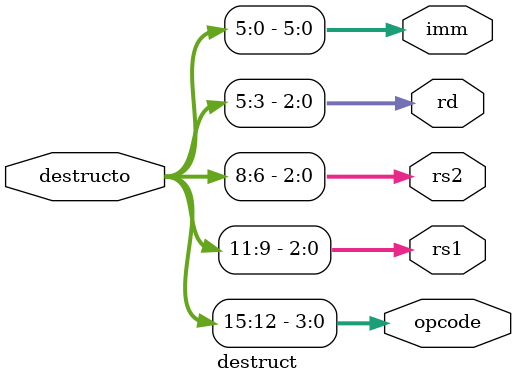
<source format=v>
module instruct(
    input clk,
    input ena,
    input [15:0] instructo,
    output reg [15:0] destructo
);
always @(posedge clk) begin
    if(ena)
        destructo <= instructo;
end
endmodule

module destruct(
    input [15:0] destructo,
    output [3:0] opcode,
    output [2:0] rs1,
    output [2:0] rs2,
    output [2:0] rd,
    output [5:0] imm
);
assign opcode=destructo[15:12];
assign rs1=destructo[11:9];
assign rs2=destructo[8:6];
assign rd=destructo[5:3];
assign imm= destructo[5:0];
endmodule
</source>
